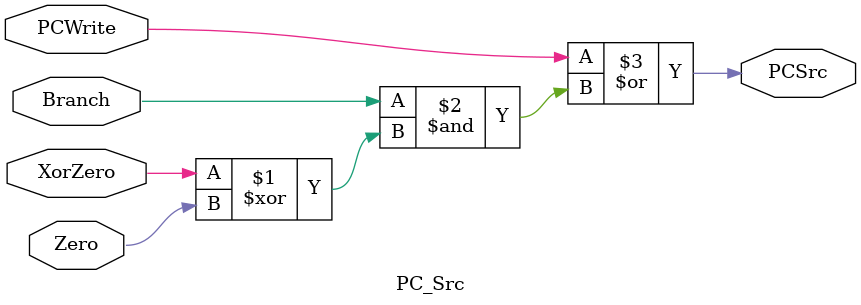
<source format=sv>

module PC_Src (
	//Inputs
	input   PCWrite,
	input   Branch,
	input   Zero,
    input   XorZero,
	//Output
	output  PCSrc
);

	//Declare the output
	assign PCSrc = PCWrite | (Branch & (XorZero ^ Zero));

endmodule

</source>
